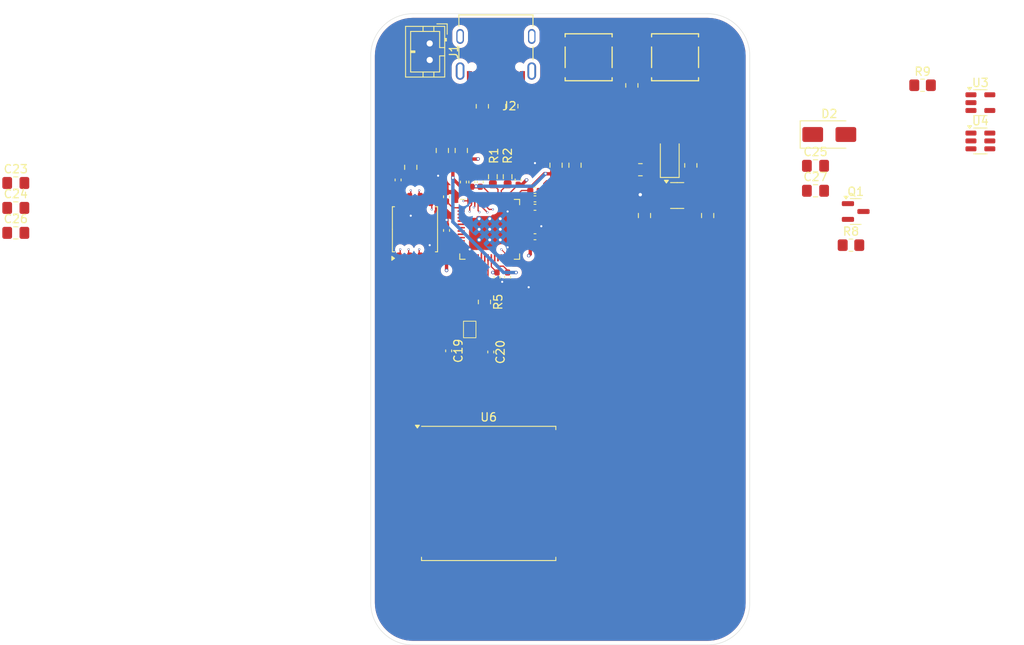
<source format=kicad_pcb>
(kicad_pcb (version 20240108) (generator "pcbnew") (generator_version "8.0")
  (layers (0 "F.Cu" signal) (1 "In1.Cu" signal) (2 "In2.Cu" signal) (31 "B.Cu" signal) (34 "B.Paste" user) (35 "F.Paste" user) (36 "B.SilkS" user "B.Silkscreen") (37 "F.SilkS" user "F.Silkscreen") (38 "B.Mask" user) (39 "F.Mask" user) (44 "Edge.Cuts" user))
  (net 0 "")
  (net 1 "GND")
  (net 2 "+3.3V")
  (net 3 "+1V1")
  (net 4 "Net-(U1-USB_DP)")
  (net 5 "USB+")
  (net 6 "USB-")
  (net 7 "Net-(U1-USB_DM)")
  (net 10 "/MCU/D1")
  (net 13 "/MCU/XTAL+")
  (net 17 "/MCU/D2")
  (net 18 "/MCU/D3")
  (net 26 "/MCU/D0")
  (net 31 "/MCU/CLK")
  (net 39 "/MCU/CS")
  (net 46 "/MCU/XTAL-")
  (net 48 "Net-(C20-Pad1)")
  (net 50 "Net-(U4-CNEG)")
  (net 51 "Net-(U4-CPOS)")
  (net 52 "+5V")
  (net 53 "VBUS")
  (net 54 "+VSW")
  (net 55 "+BATT")
  (net 56 "Net-(U3-EN)")
  (net 57 "5V_CTRL")
  (net 58 "Net-(U5-PROG)")
  (net 59 "Net-(D1-K)")
  (net 60 "Net-(D1-A)")
  (net 61 "Net-(J2-SBU1)")
  (net 67 "Net-(J2-SBU2)")
  (net 69 "Net-(R10-Pad1)")
  (net 70 "/MCU/RESET")
  (footprint "Capacitor_SMD:C_0805_2012Metric_Pad1.18x1.45mm_HandSolder" (layer "F.Cu") (at 106.426 69.342 90)
    (property "Reference" "C17" (hide yes))
    (property "Value" "10u" (hide yes))
  )
  (footprint "Capacitor_SMD:C_0402_1005Metric_Pad0.74x0.62mm_HandSolder" (layer "F.Cu") (at 121.412 72.136)
    (property "Reference" "C5" (hide yes))
    (property "Value" "0.1u")
  )
  (footprint "Capacitor_SMD:C_0402_1005Metric_Pad0.74x0.62mm_HandSolder" (layer "F.Cu") (at 121.412 77.724)
    (property "Reference" "C1" (hide yes))
    (property "Value" "0.1u")
  )
  (footprint "Resistor_SMD:R_0805_2012Metric_Pad1.20x1.40mm_HandSolder" (layer "F.Cu") (at 168.164 59.436)
    (property "Reference" "R9")
    (property "Value" "R")
  )
  (footprint "Capacitor_SMD:C_0402_1005Metric_Pad0.74x0.62mm_HandSolder" (layer "F.Cu") (at 119.38 70.866 90)
    (property "Reference" "C12" (hide yes))
    (property "Value" "0.1u")
  )
  (footprint "Resistor_SMD:R_0805_2012Metric_Pad1.20x1.40mm_HandSolder" (layer "F.Cu") (at 140.208 69.1085 90)
    (property "Reference" "R6" (hide yes))
    (property "Value" "2k")
  )
  (footprint "Capacitor_SMD:C_0402_1005Metric_Pad0.74x0.62mm_HandSolder" (layer "F.Cu") (at 110.744 76.962 90)
    (property "Reference" "C2" (hide yes))
    (property "Value" "0.1u")
  )
  (footprint "Capacitor_SMD:C_0805_2012Metric_Pad1.18x1.45mm_HandSolder" (layer "F.Cu") (at 123.952 69.088 90)
    (property "Reference" "C13" (hide yes))
    (property "Value" "10u")
  )
  (footprint "Capacitor_SMD:C_0805_2012Metric_Pad1.18x1.45mm_HandSolder" (layer "F.Cu") (at 134.62 75.1625 -90)
    (property "Reference" "C22" (hide yes))
    (property "Value" "4.7u" (hide yes))
  )
  (footprint "Capacitor_SMD:C_0402_1005Metric_Pad0.74x0.62mm_HandSolder" (layer "F.Cu") (at 116.84 82.6095 -90)
    (property "Reference" "C18" (hide yes))
    (property "Value" "0.1u")
  )
  (footprint "Resistor_SMD:R_0805_2012Metric_Pad1.20x1.40mm_HandSolder" (layer "F.Cu") (at 115.316 85.598 -90)
    (property "Reference" "R5")
    (property "Value" "1k")
  )
  (footprint "pts526:SMT_FS" (layer "F.Cu") (at 138.30935 56.0578)
    (property "Reference" "U8" (hide yes))
    (property "Value" "PTS526 SK15 SMTR2 LFS" (hide yes))
  )
  (footprint "Package_TO_SOT_SMD:SOT-23-5" (layer "F.Cu") (at 175.1385 61.534)
    (property "Reference" "U3")
    (property "Value" "AP2112K-3.3")
  )
  (footprint "RF_Module:HOPERF_RFM9XW_SMD" (layer "F.Cu") (at 115.824 108.712)
    (property "Reference" "U6")
    (property "Value" "RFM69HCW")
  )
  (footprint "Resistor_SMD:R_0805_2012Metric_Pad1.20x1.40mm_HandSolder" (layer "F.Cu") (at 159.528 78.74)
    (property "Reference" "R8")
    (property "Value" "10k")
  )
  (footprint "Resistor_SMD:R_0805_2012Metric_Pad1.20x1.40mm_HandSolder" (layer "F.Cu") (at 118.618 61.96 -90)
    (property "Reference" "R3" (hide yes))
    (property "Value" "5.1k" (hide yes))
  )
  (footprint "Capacitor_SMD:C_0402_1005Metric_Pad0.74x0.62mm_HandSolder" (layer "F.Cu") (at 121.412 74.168)
    (property "Reference" "C8" (hide yes))
    (property "Value" "0.1u")
  )
  (footprint "Diode_SMD:D_SMA" (layer "F.Cu") (at 156.9135 65.381)
    (property "Reference" "D2")
    (property "Value" "SS14")
  )
  (footprint "pts526:SMT_FS" (layer "F.Cu") (at 127.88265 56.0578)
    (property "Reference" "U7" (hide yes))
    (property "Value" "PTS526 SK15 SMTR2 LFS" (hide yes))
  )
  (footprint "Capacitor_SMD:C_0805_2012Metric_Pad1.18x1.45mm_HandSolder" (layer "F.Cu") (at 142.24 75.1625 -90)
    (property "Reference" "C21" (hide yes))
    (property "Value" "4.7u" (hide yes))
  )
  (footprint "custom:XTAL-445" (layer "F.Cu") (at 113.538 89.916)
    (property "Reference" "X1" (hide yes))
    (property "Value" "~")
  )
  (footprint "usbc:AMPHENOL_12402012E212A" (layer "F.Cu") (at 116.701 53.543 180)
    (property "Reference" "J2")
    (property "Value" "12402012E212A")
  )
  (footprint "Package_TO_SOT_SMD:SOT-23-5" (layer "F.Cu") (at 138.5625 72.7465)
    (property "Reference" "U5" (hide yes))
    (property "Value" "MCP73831-2-OT" (hide yes))
  )
  (footprint "Capacitor_SMD:C_0402_1005Metric_Pad0.74x0.62mm_HandSolder" (layer "F.Cu") (at 121.412 73.152)
    (property "Reference" "C7" (hide yes))
    (property "Value" "0.1u")
  )
  (footprint "RP2040_minimal_r2:RP2040-QFN-56" (layer "F.Cu") (at 115.9485 76.8265)
    (property "Reference" "U1" (hide yes))
    (property "Value" "RP2040")
  )
  (footprint "Resistor_SMD:R_0805_2012Metric_Pad1.20x1.40mm_HandSolder" (layer "F.Cu") (at 115.062 61.976 -90)
    (property "Reference" "R4" (hide yes))
    (property "Value" "5.1k" (hide yes))
  )
  (footprint "LED_SMD:LED_1206_3216Metric_Pad1.42x1.75mm_HandSolder" (layer "F.Cu") (at 137.668 68.1085 90)
    (property "Reference" "D1" (hide yes))
    (property "Value" "LED" (hide yes))
  )
  (footprint "Capacitor_SMD:C_0402_1005Metric_Pad0.74x0.62mm_HandSolder" (layer "F.Cu") (at 104.902 70.866 90)
    (property "Reference" "C9" (hide yes))
    (property "Value" "0.1u" (hide yes))
  )
  (footprint "Capacitor_SMD:C_0805_2012Metric_Pad1.18x1.45mm_HandSolder" (layer "F.Cu") (at 58.78385 74.2429)
    (property "Reference" "C24")
    (property "Value" "10u")
  )
  (footprint "Capacitor_SMD:C_0402_1005Metric_Pad0.74x0.62mm_HandSolder" (layer "F.Cu") (at 110.744 72.898 90)
    (property "Reference" "C3" (hide yes))
    (property "Value" "0.1u")
  )
  (footprint "Capacitor_SMD:C_0805_2012Metric_Pad1.18x1.45mm_HandSolder" (layer "F.Cu") (at 155.2485 72.171)
    (property "Reference" "C27")
    (property "Value" "1u")
  )
  (footprint "Capacitor_SMD:C_0805_2012Metric_Pad1.18x1.45mm_HandSolder" (layer "F.Cu") (at 58.78385 77.2529)
    (property "Reference" "C26")
    (property "Value" "1u")
  )
  (footprint "Capacitor_SMD:C_0402_1005Metric_Pad0.74x0.62mm_HandSolder" (layer "F.Cu") (at 114.808 71.12 90)
    (property "Reference" "C6" (hide yes))
    (property "Value" "0.1u")
  )
  (footprint "Package_TO_SOT_SMD:SOT-23-6" (layer "F.Cu") (at 175.1385 66.159)
    (property "Reference" "U4")
    (property "Value" "CAT3200-5")
  )
  (footprint "Capacitor_SMD:C_0805_2012Metric_Pad1.18x1.45mm_HandSolder" (layer "F.Cu") (at 110.236 67.31 90)
    (property "Reference" "C16" (hide yes))
    (property "Value" "1u")
  )
  (footprint "Capacitor_SMD:C_0805_2012Metric_Pad1.18x1.45mm_HandSolder" (layer "F.Cu") (at 126.238 69.088 90)
    (property "Reference" "C14" (hide yes))
    (property "Value" "1u")
  )
  (footprint "Resistor_SMD:R_0805_2012Metric_Pad1.20x1.40mm_HandSolder" (layer "F.Cu") (at 133.096 59.452 -90)
    (property "Reference" "R10" (hide yes))
    (property "Value" "R")
  )
  (footprint "Capacitor_SMD:C_0402_1005Metric_Pad0.74x0.62mm_HandSolder" (layer "F.Cu") (at 116.078 91.6345 -90)
    (property "Reference" "C20")
    (property "Value" "15pF")
  )
  (footprint "Capacitor_SMD:C_0402_1005Metric_Pad0.74x0.62mm_HandSolder" (layer "F.Cu") (at 110.998 91.4995 -90)
    (property "Reference" "C19")
    (property "Value" "15pF")
  )
  (footprint "Connector_JST:JST_PH_B2B-PH-K_1x02_P2.00mm_Vertical" (layer "F.Cu") (at 108.712 54.388 -90)
    (property "Reference" "J1")
    (property "Value" "Conn_01x02_Pin")
  )
  (footprint "Capacitor_SMD:C_0805_2012Metric_Pad1.18x1.45mm_HandSolder" (layer "F.Cu") (at 58.78385 71.2329)
    (property "Reference" "C23")
    (property "Value" "10u")
  )
  (footprint "Capacitor_SMD:C_0805_2012Metric_Pad1.18x1.45mm_HandSolder" (layer "F.Cu") (at 155.2485 69.161)
    (property "Reference" "C25")
    (property "Value" "1u")
  )
  (footprint "Capacitor_SMD:C_0805_2012Metric_Pad1.18x1.45mm_HandSolder" (layer "F.Cu") (at 112.522 67.31 90)
    (property "Reference" "C15" (hide yes))
    (property "Value" "10u" (hide yes))
  )
  (footprint "Resistor_SMD:R_0805_2012Metric_Pad1.20x1.40mm_HandSolder" (layer "F.Cu") (at 134.128 69.6325 180)
    (property "Reference" "R7" (hide yes))
    (property "Value" "R")
  )
  (footprint "Capacitor_SMD:C_0402_1005Metric_Pad0.74x0.62mm_HandSolder" (layer "F.Cu") (at 112.776 71.12 90)
    (property "Reference" "C10" (hide yes))
    (property "Value" "0.1u")
  )
  (footprint "Package_TO_SOT_SMD:SOT-23" (layer "F.Cu") (at 160.0985 74.676)
    (property "Reference" "Q1")
    (property "Value" "DMG2301L")
  )
  (footprint "Resistor_SMD:R_0603_1608Metric_Pad0.98x0.95mm_HandSolder" (layer "F.Cu") (at 116.332 70.4715 90)
    (property "Reference" "R1")
    (property "Value" "27.4" (hide yes))
  )
  (footprint "Capacitor_SMD:C_0402_1005Metric_Pad0.74x0.62mm_HandSolder" (layer "F.Cu") (at 113.792 71.12 90)
    (property "Reference" "C4" (hide yes))
    (property "Value" "0.1u")
  )
  (footprint "Capacitor_SMD:C_0402_1005Metric_Pad0.74x0.62mm_HandSolder" (layer "F.Cu") (at 118.11 82.6095 -90)
    (property "Reference" "C11" (hide yes))
    (property "Value" "0.1u")
  )
  (footprint "Package_SO:SOIC-8_5.23x5.23mm_P1.27mm" (layer "F.Cu") (at 106.934 76.8215 90)
    (property "Reference" "U2" (hide yes))
    (property "Value" "W25Q128JVS")
  )
  (footprint "Resistor_SMD:R_0603_1608Metric_Pad0.98x0.95mm_HandSolder" (layer "F.Cu") (at 118.11 70.4715 90)
    (property "Reference" "R2")
    (property "Value" "27.4")
  )
  (gr_arc (start 142.24 50.8) (mid 145.832102 52.287898) (end 147.32 55.88) (stroke (width 0.05)) (layer "Edge.Cuts"))
  (gr_line (start 142.24 127) (end 106.68 127) (stroke (width 0.05)) (layer "Edge.Cuts"))
  (gr_line (start 106.68 50.8) (end 142.24 50.8) (stroke (width 0.05)) (layer "Edge.Cuts"))
  (gr_line (start 101.6 121.92) (end 101.6 55.88) (stroke (width 0.05)) (layer "Edge.Cuts"))
  (gr_arc (start 101.6 55.88) (mid 103.087898 52.287898) (end 106.68 50.8) (stroke (width 0.05)) (layer "Edge.Cuts"))
  (gr_line (start 147.32 55.88) (end 147.32 121.92) (stroke (width 0.05)) (layer "Edge.Cuts"))
  (gr_arc (start 147.32 121.92) (mid 145.832102 125.512102) (end 142.24 127) (stroke (width 0.05)) (layer "Edge.Cuts"))
  (gr_arc (start 106.68 127) (mid 103.087898 125.512102) (end 101.6 121.92) (stroke (width 0.05)) (layer "Edge.Cuts"))
  (segment (start 114.9485 78.3765) (end 114.6735 78.1015) (width 0.1524) (layer "F.Cu") (net 1))
  (segment (start 114.9485 80.264) (end 114.9485 78.3765) (width 0.1524) (layer "F.Cu") (net 1))
  (via (at 110.744 75.692) (size 0.4064) (drill 0.254) (layers "F.Cu" "B.Cu") (net 1))
  (via (at 108.712 78.74) (size 0.4064) (drill 0.254) (layers "F.Cu" "B.Cu") (net 1))
  (via (at 106.426 75.184) (size 0.4064) (drill 0.254) (layers "F.Cu" "B.Cu") (net 1))
  (via (at 120.65 83.82) (size 0.4064) (drill 0.254) (layers "F.Cu" "B.Cu") (net 1))
  (via (at 122.174 76.454) (size 0.4064) (drill 0.254) (layers "F.Cu" "B.Cu") (net 1))
  (via (at 113.538 79.248) (size 0.4064) (drill 0.254) (layers "F.Cu" "B.Cu") (net 1))
  (via (at 117.455234 83.165825) (size 0.4064) (drill 0.254) (layers "F.Cu" "B.Cu") (net 1))
  (via (at 118.11 74.676) (size 0.4064) (drill 0.254) (layers "F.Cu" "B.Cu") (net 1))
  (via (at 121.412 68.834) (size 0.4064) (drill 0.254) (layers "F.Cu" "B.Cu") (net 1))
  (via (at 118.11 78.994) (size 0.4064) (drill 0.254) (layers "F.Cu" "B.Cu") (net 1))
  (via (at 109.728 70.358) (size 0.4064) (drill 0.254) (layers "F.Cu" "B.Cu") (net 1))
  (segment (start 111.041 77.8265) (end 112.511 77.8265) (width 0.1524) (layer "F.Cu") (net 2))
  (segment (start 109.5422 72.3382) (end 107.5835 70.3795) (width 0.4064) (layer "F.Cu") (net 2))
  (segment (start 120.8445 79.8155) (end 120.65 80.01) (width 0.4064) (layer "F.Cu") (net 2))
  (segment (start 109.474 74.676) (end 109.5422 74.6078) (width 0.4064) (layer "F.Cu") (net 2))
  (segment (start 120.8445 71.826) (end 120.8445 72.136) (width 0.4064) (layer "F.Cu") (net 2))
  (segment (start 120.861 74.1515) (end 120.8445 74.168) (width 0.4064) (layer "F.Cu") (net 2))
  (segment (start 107.5835 70.3795) (end 106.426 70.3795) (width 0.4064) (layer "F.Cu") (net 2))
  (segment (start 118.7855 73.152) (end 119.8015 72.136) (width 0.1524) (layer "F.Cu") (net 2))
  (segment (start 122.7035 70.1255) (end 122.682 70.104) (width 0.4064) (layer "F.Cu") (net 2))
  (segment (start 116.5485 73.118) (end 116.5485 73.389) (width 0.1524) (layer "F.Cu") (net 2))
  (segment (start 116.53 82.042) (end 116.332 82.042) (width 0.4064) (layer "F.Cu") (net 2))
  (segment (start 123.952 70.1255) (end 122.7035 70.1255) (width 0.4064) (layer "F.Cu") (net 2))
  (segment (start 116.332 82.042) (end 116.84 82.042) (width 0.4064) (layer "F.Cu") (net 2))
  (segment (start 122.6605 70.1255) (end 122.545 70.1255) (width 0.4064) (layer "F.Cu") (net 2))
  (segment (start 114.808 71.6875) (end 115.118 71.6875) (width 0.1524) (layer "F.Cu") (net 2))
  (segment (start 105.029 73.2215) (end 105.029 71.5605) (width 0.4064) (layer "F.Cu") (net 2))
  (segment (start 114.3 71.628) (end 114.3595 71.6875) (width 0.4064) (layer "F.Cu") (net 2))
  (segment (start 115.118 71.6875) (end 116.07625 72.64575) (width 0.1524) (layer "F.Cu") (net 2))
  (segment (start 122.682 70.104) (end 122.6605 70.1255) (width 0.4064) (layer "F.Cu") (net 2))
  (segment (start 113.792 71.6875) (end 114.2405 71.6875) (width 0.4064) (layer "F.Cu") (net 2))
  (segment (start 116.07625 72.64575) (end 116.5485 73.118) (width 0.1524) (layer "F.Cu") (net 2))
  (segment (start 116.1485 81.3505) (end 116.84 82.042) (width 0.1524) (layer "F.Cu") (net 2))
  (segment (start 118.1485 73.389) (end 118.5485 73.389) (width 0.1524) (layer "F.Cu") (net 2))
  (segment (start 119.386 74.2265) (end 120.7265 74.2265) (width 0.1524) (layer "F.Cu") (net 2))
  (segment (start 120.996 77.8265) (end 121.0985 77.724) (width 0.1524) (layer "F.Cu") (net 2))
  (segment (start 105.372 71.4335) (end 106.426 70.3795) (width 0.4064) (layer "F.Cu") (net 2))
  (segment (start 112.511 74.2265) (end 111.505 74.2265) (width 0.1524) (layer "F.Cu") (net 2))
  (segment (start 109.474 77.724) (end 109.474 74.676) (width 0.4064) (layer "F.Cu") (net 2))
  (segment (start 114.3595 71.6875) (end 114.808 71.6875) (width 0.4064) (layer "F.Cu") (net 2))
  (segment (start 120.8445 77.724) (end 120.8445 79.8155) (width 0.4064) (layer "F.Cu") (net 2))
  (segment (start 116.1485 72.718) (end 116.07625 72.64575) (width 0.1524) (layer "F.Cu") (net 2))
  (segment (start 118.7855 73.152) (end 120.8445 73.152) (width 0.1524) (layer "F.Cu") (net 2))
  (segment (start 116.1485 80.264) (end 116.1485 81.3505) (width 0.1524) (layer "F.Cu") (net 2))
  (segment (start 118.5485 73.389) (end 118.7855 73.152) (width 0.1524) (layer "F.Cu") (net 2))
  (segment (start 120.8445 77.724) (end 120.8445 72.136) (width 0.4064) (layer "F.Cu") (net 2))
  (segment (start 105.029 71.5605) (end 104.902 71.4335) (width 0.4064) (layer "F.Cu") (net 2))
  (segment (start 119.8015 72.136) (end 120.8445 72.136) (width 0.1524) (layer "F.Cu") (net 2))
  (segment (start 110.744 78.994) (end 109.474 77.724) (width 0.4064) (layer "F.Cu") (net 2))
  (segment (start 109.5422 74.6078) (end 109.5422 72.3382) (width 0.4064) (layer "F.Cu") (net 2))
  (segment (start 122.545 70.1255) (end 120.8445 71.826) (width 0.4064) (layer "F.Cu") (net 2))
  (segment (start 109.474 74.676) (end 110.6845 73.4655) (width 0.4064) (layer "F.Cu") (net 2))
  (segment (start 110.744 81.788) (end 110.744 78.994) (width 0.4064) (layer "F.Cu") (net 2))
  (segment (start 120.7265 74.2265) (end 120.785 74.168) (width 0.1524) (layer "F.Cu") (net 2))
  (segment (start 110.744 78.994) (end 110.744 77.5295) (width 0.4064) (layer "F.Cu") (net 2))
  (segment (start 114.2405 71.6875) (end 114.3 71.628) (width 0.4064) (layer "F.Cu") (net 2))
  (segment (start 110.6845 73.4655) (end 110.744 73.4655) (width 0.4064) (layer "F.Cu") (net 2))
  (segment (start 110.744 77.5295) (end 111.041 77.8265) (width 0.1524) (layer "F.Cu") (net 2))
  (segment (start 111.505 74.2265) (end 110.744 73.4655) (width 0.1524) (layer "F.Cu") (net 2))
  (segment (start 126.238 70.1255) (end 123.952 70.1255) (width 0.4064) (layer "F.Cu") (net 2))
  (segment (start 104.902 71.4335) (end 105.372 71.4335) (width 0.4064) (layer "F.Cu") (net 2))
  (segment (start 116.1485 73.389) (end 116.1485 72.718) (width 0.1524) (layer "F.Cu") (net 2))
  (via (at 120.65 80.01) (size 0.4064) (drill 0.254) (layers "F.Cu" "B.Cu") (net 2))
  (via (at 110.744 81.788) (size 0.4064) (drill 0.254) (layers "F.Cu" "B.Cu") (net 2))
  (via (at 116.332 82.042) (size 0.4064) (drill 0.254) (layers "F.Cu" "B.Cu") (net 2))
  (via (at 114.3 71.628) (size 0.4064) (drill 0.254) (layers "F.Cu" "B.Cu") (net 2))
  (via (at 122.682 70.104) (size 0.4064) (drill 0.254) (layers "F.Cu" "B.Cu") (net 2))
  (segment (start 121.158 71.628) (end 122.682 70.104) (width 0.4064) (layer "B.Cu") (net 2))
  (segment (start 114.3 71.628) (end 121.158 71.628) (width 0.4064) (layer "B.Cu") (net 2))
  (segment (start 111.506 70.7275) (end 112.466 71.6875) (width 0.4064) (layer "F.Cu") (net 3))
  (segment (start 111.506 68.3475) (end 111.506 70.612) (width 0.4064) (layer "F.Cu") (net 3))
  (segment (start 117.064296 81.28) (end 117.602 81.28) (width 0.1524) (layer "F.Cu") (net 3))
  (segment (start 119.126 82.042) (end 118.11 82.042) (width 0.4064) (layer "F.Cu") (net 3))
  (segment (start 118.11 81.788) (end 118.11 82.042) (width 0.1524) (layer "F.Cu") (net 3))
  (segment (start 111.506 70.612) (end 111.506 70.7275) (width 0.4064) (layer "F.Cu") (net 3))
  (segment (start 117.7485 72.888796) (end 117.7485 73.389) (width 0.1524) (layer "F.Cu") (net 3))
  (segment (start 112.776 71.6875) (end 113.7638 72.6753) (width 0.1524) (layer "F.Cu") (net 3))
  (segment (start 115.535004 72.6753) (end 115.7485 72.888796) (width 0.1524) (layer "F.Cu") (net 3))
  (segment (start 118.1382 72.6753) (end 117.961996 72.6753) (width 0.1524) (layer "F.Cu") (net 3))
  (segment (start 114.5325 68.3475) (end 114.554 68.326) (width 0.4064) (layer "F.Cu") (net 3))
  (segment (start 116.5485 80.264) (end 116.5485 80.764204) (width 0.1524) (layer "F.Cu") (net 3))
  (segment (start 117.602 81.28) (end 118.11 81.788) (width 0.1524) (layer "F.Cu") (net 3))
  (segment (start 112.466 71.6875) (end 112.776 71.6875) (width 0.4064) (layer "F.Cu") (net 3))
  (segment (start 117.961996 72.6753) (end 117.7485 72.888796) (width 0.1524) (layer "F.Cu") (net 3))
  (segment (start 119.8285 71.4335) (end 119.38 71.4335) (width 0.4064) (layer "F.Cu") (net 3))
  (segment (start 112.522 68.3475) (end 114.5325 68.3475) (width 0.4064) (layer "F.Cu") (net 3))
  (segment (start 113.7638 72.6753) (end 115.535004 72.6753) (width 0.1524) (layer "F.Cu") (net 3))
  (segment (start 115.7485 72.888796) (end 115.7485 73.389) (width 0.1524) (layer "F.Cu") (net 3))
  (segment (start 110.236 68.3475) (end 111.506 68.3475) (width 0.4064) (layer "F.Cu") (net 3))
  (segment (start 116.5485 80.764204) (end 117.064296 81.28) (width 0.1524) (layer "F.Cu") (net 3))
  (segment (start 120.396 70.866) (end 119.8285 71.4335) (width 0.4064) (layer "F.Cu") (net 3))
  (segment (start 111.506 68.3475) (end 112.522 68.3475) (width 0.4064) (layer "F.Cu") (net 3))
  (segment (start 119.38 71.4335) (end 118.1382 72.6753) (width 0.1524) (layer "F.Cu") (net 3))
  (via (at 119.126 82.042) (size 0.4064) (drill 0.254) (layers "F.Cu" "B.Cu") (net 3))
  (via (at 120.396 70.866) (size 0.4064) (drill 0.254) (layers "F.Cu" "B.Cu") (net 3))
  (via (at 111.506 70.612) (size 0.4064) (drill 0.254) (layers "F.Cu" "B.Cu") (net 3))
  (via (at 114.554 68.326) (size 0.4064) (drill 0.254) (layers "F.Cu" "B.Cu") (net 3))
  (segment (start 111.506 75.928475) (end 117.619525 82.042) (width 0.4064) (layer "B.Cu") (net 3))
  (segment (start 117.619525 82.042) (end 119.126 82.042) (width 0.4064) (layer "B.Cu") (net 3))
  (segment (start 111.506 70.612) (end 111.506 75.928475) (width 0.4064) (layer "B.Cu") (net 3))
  (segment (start 116.9485 73.389) (end 116.9485 72.0005) (width 0.1524) (layer "F.Cu") (net 4))
  (segment (start 116.9485 72.0005) (end 116.332 71.384) (width 0.1524) (layer "F.Cu") (net 4))
  (segment (start 116.332 69.013) (end 116.332 69.559) (width 0.2) (layer "F.Cu") (net 5))
  (segment (start 117.019 68.326) (end 116.332 69.013) (width 0.2) (layer "F.Cu") (net 5))
  (segment (start 115.994 58.344) (end 115.994 59.1164) (width 0.1524) (layer "F.Cu") (net 5))
  (segment (start 117.019 59.224001) (end 117.019 68.326) (width 0.2) (layer "F.Cu") (net 5))
  (segment (start 115.994 59.1164) (end 116.101601 59.224001) (width 0.1524) (layer "F.Cu") (net 5))
  (segment (start 116.101601 59.224001) (end 117.019 59.224001) (width 0.1524) (layer "F.Cu") (net 5))
  (segment (start 116.994 59.199001) (end 117.019 59.224001) (width 0.2) (layer "F.Cu") (net 5))
  (segment (start 116.994 58.344) (end 116.994 59.199001) (width 0.2) (layer "F.Cu") (net 5))
  (segment (start 117.4202 57.4978) (end 117.494 57.5716) (width 0.1524) (layer "F.Cu") (net 6))
  (segment (start 117.494 59.199001) (end 117.469 59.224001) (width 0.2) (layer "F.Cu") (net 6))
  (segment (start 117.494 57.5716) (end 117.494 58.344) (width 0.1524) (layer "F.Cu") (net 6))
  (segment (start 117.469 68.326) (end 118.11 68.967) (width 0.2) (layer "F.Cu") (net 6))
  (segment (start 118.11 68.967) (end 118.11 69.559) (width 0.2) (layer "F.Cu") (net 6))
  (segment (start 116.5678 57.4978) (end 117.4202 57.4978) (width 0.1524) (layer "F.Cu") (net 6))
  (segment (start 116.494 57.5716) (end 116.5678 57.4978) (width 0.1524) (layer "F.Cu") (net 6))
  (segment (start 117.469 59.224001) (end 117.469 68.326) (width 0.2) (layer "F.Cu") (net 6))
  (segment (start 116.494 58.344) (end 116.494 57.5716) (width 0.1524) (layer "F.Cu") (net 6))
  (segment (start 117.494 58.344) (end 117.494 59.199001) (width 0.2) (layer "F.Cu") (net 6))
  (segment (start 117.3485 73.389) (end 117.3485 72.1455) (width 0.1524) (layer "F.Cu") (net 7))
  (segment (start 117.3485 72.1455) (end 118.11 71.384) (width 0.1524) (layer "F.Cu") (net 7))
  (segment (start 113.7485 73.389) (end 113.7485 73.89246) (width 0.1524) (layer "F.Cu") (net 10))
  (segment (start 113.7485 73.89246) (end 113.538 74.10296) (width 0.1524) (layer "F.Cu") (net 10))
  (segment (start 113.538 74.10296) (end 113.538 74.676) (width 0.1524) (layer "F.Cu") (net 10))
  (segment (start 106.172 79.248) (end 106.172 80.2945) (width 0.1524) (layer "F.Cu") (net 10))
  (segment (start 106.172 80.2945) (end 106.299 80.4215) (width 0.1524) (layer "F.Cu") (net 10))
  (via (at 106.172 79.248) (size 0.25) (drill 0.15) (layers "F.Cu" "B.Cu") (net 10))
  (via (at 113.538 74.676) (size 0.25) (drill 0.15) (layers "F.Cu" "B.Cu") (net 10))
  (segment (start 110.998 90.932) (end 110.998 89.606) (width 0.1524) (layer "F.Cu") (net 13))
  (segment (start 110.998 89.606) (end 111.688 88.916) (width 0.1524) (layer "F.Cu") (net 13))
  (segment (start 115.3485 83.014414) (end 111.688 86.674914) (width 0.1524) (layer "F.Cu") (net 13))
  (segment (start 115.3485 80.264) (end 115.3485 83.014414) (width 0.1524) (layer "F.Cu") (net 13))
  (segment (start 111.688 86.674914) (end 111.688 88.916) (width 0.1524) (layer "F.Cu") (net 13))
  (segment (start 114.1485 74.0655) (end 114.046 74.168) (width 0.1524) (layer "F.Cu") (net 17))
  (segment (start 114.1485 73.389) (end 114.1485 74.0655) (width 0.1524) (layer "F.Cu") (net 17))
  (segment (start 107.442 80.2945) (end 107.569 80.4215) (width 0.1524) (layer "F.Cu") (net 17))
  (segment (start 107.442 79.248) (end 107.442 80.2945) (width 0.1524) (layer "F.Cu") (net 17))
  (via (at 107.442 79.248) (size 0.25) (drill 0.15) (layers "F.Cu" "B.Cu") (net 17))
  (via (at 114.046 74.168) (size 0.25) (drill 0.15) (layers "F.Cu" "B.Cu") (net 17))
  (segment (start 106.426 73.0945) (end 106.299 73.2215) (width 0.1524) (layer "F.Cu") (net 18))
  (segment (start 106.426 72.136) (end 106.426 73.0945) (width 0.1524) (layer "F.Cu") (net 18))
  (segment (start 115.3485 73.389) (end 115.3485 73.889204) (width 0.1524) (layer "F.Cu") (net 18))
  (segment (start 115.3485 73.889204) (end 115.881296 74.422) (width 0.1524) (layer "F.Cu") (net 18))
  (segment (start 115.881296 74.422) (end 116.332 74.422) (width 0.1524) (layer "F.Cu") (net 18))
  (via (at 106.426 72.136) (size 0.25) (drill 0.15) (layers "F.Cu" "B.Cu") (net 18))
  (via (at 116.332 74.422) (size 0.25) (drill 0.15) (layers "F.Cu" "B.Cu") (net 18))
  (segment (start 108.966 73.3485) (end 108.839 73.2215) (width 0.1524) (layer "F.Cu") (net 26))
  (segment (start 114.5485 74.577679) (end 114.5485 73.389) (width 0.1524) (layer "F.Cu") (net 26))
  (segment (start 114.719171 74.74835) (end 114.5485 74.577679) (width 0.1524) (layer "F.Cu") (net 26))
  (segment (start 108.966 74.422) (end 108.966 73.3485) (width 0.1524) (layer "F.Cu") (net 26))
  (via (at 108.966 74.422) (size 0.25) (drill 0.15) (layers "F.Cu" "B.Cu") (net 26))
  (via (at 114.719171 74.74835) (size 0.25) (drill 0.15) (layers "F.Cu" "B.Cu") (net 26))
  (segment (start 107.442 72.136) (end 107.442 73.0945) (width 0.1524) (layer "F.Cu") (net 31))
  (segment (start 115.661611 74.783611) (end 114.9485 74.0705) (width 0.1524) (layer "F.Cu") (net 31))
  (segment (start 114.9485 74.0705) (end 114.9485 73.389) (width 0.1524) (layer "F.Cu") (net 31))
  (segment (start 107.442 73.0945) (end 107.569 73.2215) (width 0.1524) (layer "F.Cu") (net 31))
  (via (at 115.661611 74.783611) (size 0.25) (drill 0.15) (layers "F.Cu" "B.Cu") (net 31))
  (via (at 107.442 72.136) (size 0.25) (drill 0.15) (layers "F.Cu" "B.Cu") (net 31))
  (segment (start 112.793 73.389) (end 112.776 73.406) (width 0.1524) (layer "F.Cu") (net 39))
  (segment (start 105.156 79.248) (end 105.156 80.2945) (width 0.1524) (layer "F.Cu") (net 39))
  (segment (start 113.3485 73.389) (end 112.793 73.389) (width 0.1524) (layer "F.Cu") (net 39))
  (segment (start 105.156 80.2945) (end 105.029 80.4215) (width 0.1524) (layer "F.Cu") (net 39))
  (via (at 112.776 73.406) (size 0.25) (drill 0.15) (layers "F.Cu" "B.Cu") (net 39))
  (via (at 105.156 79.248) (size 0.25) (drill 0.15) (layers "F.Cu" "B.Cu") (net 39))
  (segment (start 115.7485 84.1655) (end 115.7485 80.264) (width 0.1524) (layer "F.Cu") (net 46))
  (segment (start 115.316 84.598) (end 115.7485 84.1655) (width 0.1524) (layer "F.Cu") (net 46))
  (segment (start 115.316 88.646) (end 115.316 86.598) (width 0.1524) (layer "F.Cu") (net 48))
  (segment (start 115.388 88.718) (end 115.316 88.646) (width 0.1524) (layer "F.Cu") (net 48))
  (segment (start 116.078 91.067) (end 116.078 89.606) (width 0.1524) (layer "F.Cu") (net 48))
  (segment (start 116.078 89.606) (end 115.388 88.916) (width 0.1524) (layer "F.Cu") (net 48))
  (segment (start 115.388 88.916) (end 115.388 88.718) (width 0.1524) (layer "F.Cu") (net 48))
  (segment (start 114.301 58.293) (end 114.301 57.731435) (width 0.254) (layer "F.Cu") (net 53))
  (segment (start 115.136435 56.896) (end 118.265565 56.896) (width 0.254) (layer "F.Cu") (net 53))
  (segment (start 140.1285 74.125) (end 139.7 73.6965) (width 0.508) (layer "F.Cu") (net 53))
  (segment (start 135.636 65.024) (end 141.224 65.024) (width 0.508) (layer "F.Cu") (net 53))
  (segment (start 133.128 69.6325) (end 133.128 67.088) (width 0.508) (layer "F.Cu") (net 53))
  (segment (start 142.24 74.125) (end 140.1285 74.125) (width 0.508) (layer "F.Cu") (net 53))
  (segment (start 133.128 67.088) (end 131.064 65.024) (width 0.508) (layer "F.Cu") (net 53))
  (segment (start 142.24 66.04) (end 142.24 74.125) (width 0.508) (layer "F.Cu") (net 53))
  (segment (start 119.101 58.293) (end 119.101 59.271) (width 0.508) (layer "F.Cu") (net 53))
  (segment (start 131.064 65.024) (end 135.636 65.024) (width 0.508) (layer "F.Cu") (net 53))
  (segment (start 118.265565 56.896) (end 119.101 57.731435) (width 0.254) (layer "F.Cu") (net 53))
  (segment (start 141.224 65.024) (end 142.24 66.04) (width 0.508) (layer "F.Cu") (net 53))
  (segment (start 124.854 65.024) (end 131.064 65.024) (width 0.508) (layer "F.Cu") (net 53))
  (segment (start 119.101 57.731435) (end 119.101 58.293) (width 0.254) (layer "F.Cu") (net 53))
  (segment (start 119.101 59.271) (end 124.854 65.024) (width 0.508) (layer "F.Cu") (net 53))
  (segment (start 114.301 57.731435) (end 115.136435 56.896) (width 0.254) (layer "F.Cu") (net 53))
  (segment (start 134.112 72.644) (end 134.112 73.617) (width 0.508) (layer "F.Cu") (net 55))
  (segment (start 136.9965 74.125) (end 137.425 73.6965) (width 0.508) (layer "F.Cu") (net 55))
  (segment (start 134.112 73.617) (end 134.62 74.125) (width 0.508) (layer "F.Cu") (net 55))
  (segment (start 134.62 74.125) (end 136.9965 74.125) (width 0.508) (layer "F.Cu") (net 55))
  (via (at 134.112 72.644) (size 0.508) (drill 0.4064) (layers "F.Cu" "B.Cu") (net 55))
  (segment (start 134.112 72.644) (end 134.112 80.772) (width 0.508) (layer "B.Cu") (net 55))
  (segment (start 108.712 56.388) (end 112.268 59.944) (width 0.508) (layer "B.Cu") (net 55))
  (segment (start 112.268 59.944) (end 130.556 59.944) (width 0.508) (layer "B.Cu") (net 55))
  (segment (start 134.112 63.5) (end 134.112 72.644) (width 0.508) (layer "B.Cu") (net 55))
  (segment (start 130.556 59.944) (end 134.112 63.5) (width 0.508) (layer "B.Cu") (net 55))
  (segment (start 139.7 71.7965) (end 139.7 70.6165) (width 0.508) (layer "F.Cu") (net 58))
  (segment (start 139.7 70.6165) (end 140.208 70.1085) (width 0.508) (layer "F.Cu") (net 58))
  (segment (start 137.425 69.839) (end 137.668 69.596) (width 0.508) (layer "F.Cu") (net 59))
  (segment (start 137.425 71.7965) (end 137.425 69.839) (width 0.508) (layer "F.Cu") (net 59))
  (segment (start 135.128 69.161) (end 137.668 66.621) (width 0.508) (layer "F.Cu") (net 60))
  (segment (start 135.128 69.6325) (end 135.128 69.161) (width 0.508) (layer "F.Cu") (net 60))
  (segment (start 117.7485 80.264) (end 117.7485 79.6485) (width 0.1016) (layer "F.Cu") (net 70))
  (segment (start 117.7485 79.6485) (end 117.348 79.248) (width 0.1016) (layer "F.Cu") (net 70))
  (via (at 117.348 79.248) (size 0.25) (drill 0.15) (layers "F.Cu" "B.Cu") (net 70))
  (zone (net 1) (net_name "GND") (layer "F.Cu") (priority 1) (connect_pads yes (clearance 0.5)) (min_thickness 0.25) (fill yes (thermal_gap 0.5) (thermal_bridge_width 0.5))
    (polygon (pts (xy 118.364 79.248) (xy 113.538 79.248) (xy 113.538 75.438) (xy 114.808 75.438) (xy 117.094 74.422) (xy 118.364 74.422)))
  )
  (zone (net 1) (net_name "GND") (layers "F&B.Cu") (connect_pads (clearance 0.5)) (min_thickness 0.1) (fill yes (thermal_gap 0.5) (thermal_bridge_width 0.5))
    (polygon (pts (xy 101.6 50.8) (xy 147.32 50.8) (xy 147.32 127) (xy 101.6 127)))
  )
)
</source>
